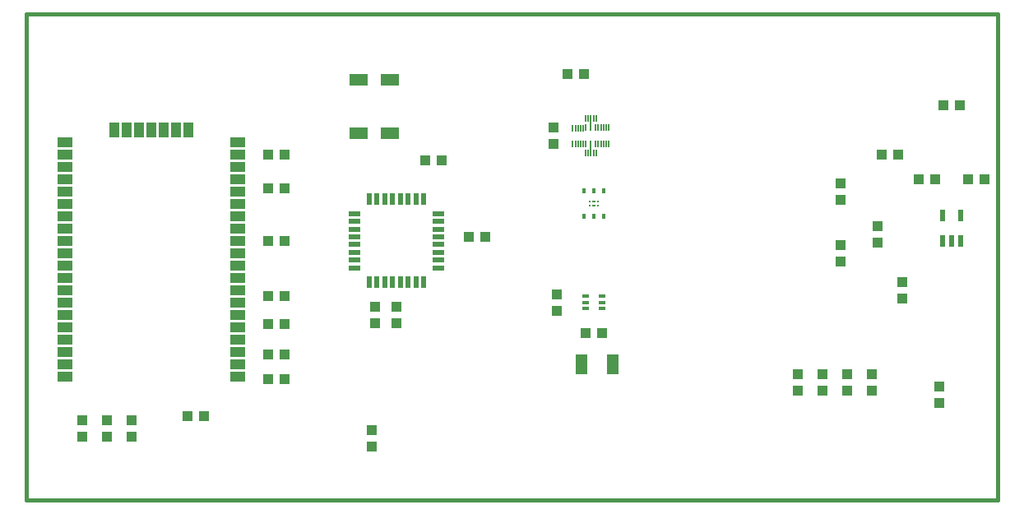
<source format=gtp>
G75*
%MOIN*%
%OFA0B0*%
%FSLAX25Y25*%
%IPPOS*%
%LPD*%
%AMOC8*
5,1,8,0,0,1.08239X$1,22.5*
%
%ADD10C,0.01600*%
%ADD11R,0.04331X0.03937*%
%ADD12R,0.03937X0.04331*%
%ADD13R,0.02200X0.05000*%
%ADD14R,0.05000X0.02200*%
%ADD15R,0.07480X0.05118*%
%ADD16R,0.06000X0.04000*%
%ADD17R,0.04000X0.06000*%
%ADD18R,0.01121X0.02756*%
%ADD19R,0.02700X0.01300*%
%ADD20R,0.04724X0.07874*%
%ADD21R,0.01575X0.02362*%
%ADD22R,0.00984X0.00984*%
%ADD23R,0.01181X0.00984*%
%ADD24R,0.02362X0.04724*%
D10*
X0001800Y0010127D02*
X0395501Y0010127D01*
X0395501Y0206977D01*
X0001800Y0206977D01*
X0001800Y0010127D01*
D11*
X0034300Y0035530D03*
X0034300Y0042223D03*
X0044300Y0042223D03*
X0044300Y0035530D03*
X0141800Y0038473D03*
X0141800Y0031780D03*
X0228454Y0077627D03*
X0235146Y0077627D03*
X0314300Y0060973D03*
X0324300Y0060973D03*
X0334300Y0060973D03*
X0344300Y0060973D03*
X0344300Y0054280D03*
X0334300Y0054280D03*
X0324300Y0054280D03*
X0314300Y0054280D03*
X0356800Y0091780D03*
X0356800Y0098473D03*
X0331800Y0131780D03*
X0331800Y0138473D03*
X0363454Y0140127D03*
X0370146Y0140127D03*
X0383454Y0140127D03*
X0390146Y0140127D03*
X0215550Y0154280D03*
X0215550Y0160973D03*
X0170146Y0147627D03*
X0163454Y0147627D03*
X0106396Y0115127D03*
X0099704Y0115127D03*
D12*
X0099704Y0136377D03*
X0106396Y0136377D03*
X0106396Y0150127D03*
X0099704Y0150127D03*
X0180954Y0116701D03*
X0187646Y0116701D03*
X0216800Y0093473D03*
X0216800Y0086780D03*
X0151800Y0088473D03*
X0143050Y0088473D03*
X0143050Y0081780D03*
X0151800Y0081780D03*
X0106396Y0081377D03*
X0099704Y0081377D03*
X0099704Y0092627D03*
X0106396Y0092627D03*
X0106396Y0068877D03*
X0099704Y0068877D03*
X0099704Y0058877D03*
X0106396Y0058877D03*
X0073896Y0043877D03*
X0067204Y0043877D03*
X0024300Y0042223D03*
X0024300Y0035530D03*
X0220954Y0182627D03*
X0227646Y0182627D03*
X0348454Y0150127D03*
X0355146Y0150127D03*
X0373454Y0170127D03*
X0380146Y0170127D03*
X0346800Y0120973D03*
X0346800Y0114280D03*
X0331800Y0113473D03*
X0331800Y0106780D03*
X0371800Y0055973D03*
X0371800Y0049280D03*
D13*
X0162824Y0098227D03*
X0159674Y0098227D03*
X0156524Y0098227D03*
X0153375Y0098227D03*
X0150225Y0098227D03*
X0147076Y0098227D03*
X0143926Y0098227D03*
X0140776Y0098227D03*
X0140776Y0132027D03*
X0143926Y0132027D03*
X0147076Y0132027D03*
X0150225Y0132027D03*
X0153375Y0132027D03*
X0156524Y0132027D03*
X0159674Y0132027D03*
X0162824Y0132027D03*
D14*
X0168700Y0126150D03*
X0168700Y0123001D03*
X0168700Y0119851D03*
X0168700Y0116701D03*
X0168700Y0113552D03*
X0168700Y0110402D03*
X0168700Y0107253D03*
X0168700Y0104103D03*
X0134900Y0104103D03*
X0134900Y0107253D03*
X0134900Y0110402D03*
X0134900Y0113552D03*
X0134900Y0116701D03*
X0134900Y0119851D03*
X0134900Y0123001D03*
X0134900Y0126150D03*
D15*
X0136426Y0158552D03*
X0149024Y0158552D03*
X0149024Y0180205D03*
X0136426Y0180205D03*
D16*
X0087341Y0155196D03*
X0087341Y0150196D03*
X0087341Y0145196D03*
X0087341Y0140196D03*
X0087341Y0135196D03*
X0087341Y0130196D03*
X0087341Y0125196D03*
X0087341Y0120196D03*
X0087341Y0115196D03*
X0087341Y0110196D03*
X0087341Y0105196D03*
X0087341Y0100196D03*
X0087341Y0095196D03*
X0087341Y0090196D03*
X0087341Y0085196D03*
X0087341Y0080196D03*
X0087341Y0075196D03*
X0087341Y0070196D03*
X0087341Y0065196D03*
X0087341Y0060196D03*
X0017341Y0060196D03*
X0017341Y0065196D03*
X0017341Y0070196D03*
X0017341Y0075196D03*
X0017341Y0080196D03*
X0017341Y0085196D03*
X0017341Y0090196D03*
X0017341Y0095196D03*
X0017341Y0100196D03*
X0017341Y0105196D03*
X0017341Y0110196D03*
X0017341Y0115196D03*
X0017341Y0120196D03*
X0017341Y0125196D03*
X0017341Y0130196D03*
X0017341Y0135196D03*
X0017341Y0140196D03*
X0017341Y0145196D03*
X0017341Y0150196D03*
X0017341Y0155196D03*
D17*
X0037341Y0160196D03*
X0042341Y0160196D03*
X0047341Y0160196D03*
X0052341Y0160196D03*
X0057341Y0160196D03*
X0062341Y0160196D03*
X0067341Y0160196D03*
D18*
X0223228Y0160861D03*
X0224302Y0160861D03*
X0225386Y0160862D03*
X0226452Y0160859D03*
X0227523Y0160859D03*
X0228581Y0160875D03*
X0230550Y0160875D03*
X0232519Y0160875D03*
X0233567Y0160869D03*
X0234642Y0160869D03*
X0235726Y0160869D03*
X0236791Y0160867D03*
X0237862Y0160867D03*
X0232689Y0164701D03*
X0231617Y0164701D03*
X0230552Y0164703D03*
X0229468Y0164703D03*
X0228393Y0164703D03*
X0230552Y0163072D03*
X0230550Y0154379D03*
X0230550Y0152423D03*
X0230552Y0150548D03*
X0231617Y0150545D03*
X0232689Y0150545D03*
X0229468Y0150548D03*
X0228393Y0150548D03*
X0228581Y0154379D03*
X0227512Y0154378D03*
X0226440Y0154378D03*
X0225375Y0154380D03*
X0224291Y0154380D03*
X0223217Y0154380D03*
X0232519Y0154379D03*
X0233607Y0154379D03*
X0234682Y0154379D03*
X0235766Y0154379D03*
X0236831Y0154376D03*
X0237903Y0154376D03*
D19*
X0235030Y0092705D03*
X0235030Y0090134D03*
X0235048Y0087584D03*
X0228572Y0087584D03*
X0228572Y0090127D03*
X0228571Y0092670D03*
D20*
X0226751Y0065127D03*
X0239349Y0065127D03*
D21*
X0235737Y0125009D03*
X0231800Y0125009D03*
X0227863Y0125009D03*
X0227863Y0135245D03*
X0231800Y0135245D03*
X0235737Y0135245D03*
D22*
X0233473Y0131012D03*
X0233473Y0129241D03*
X0230127Y0129241D03*
X0230127Y0131012D03*
D23*
X0231800Y0131012D03*
X0231800Y0129241D03*
D24*
X0373060Y0125268D03*
X0380540Y0125268D03*
X0380540Y0114985D03*
X0376800Y0114985D03*
X0373060Y0114985D03*
M02*

</source>
